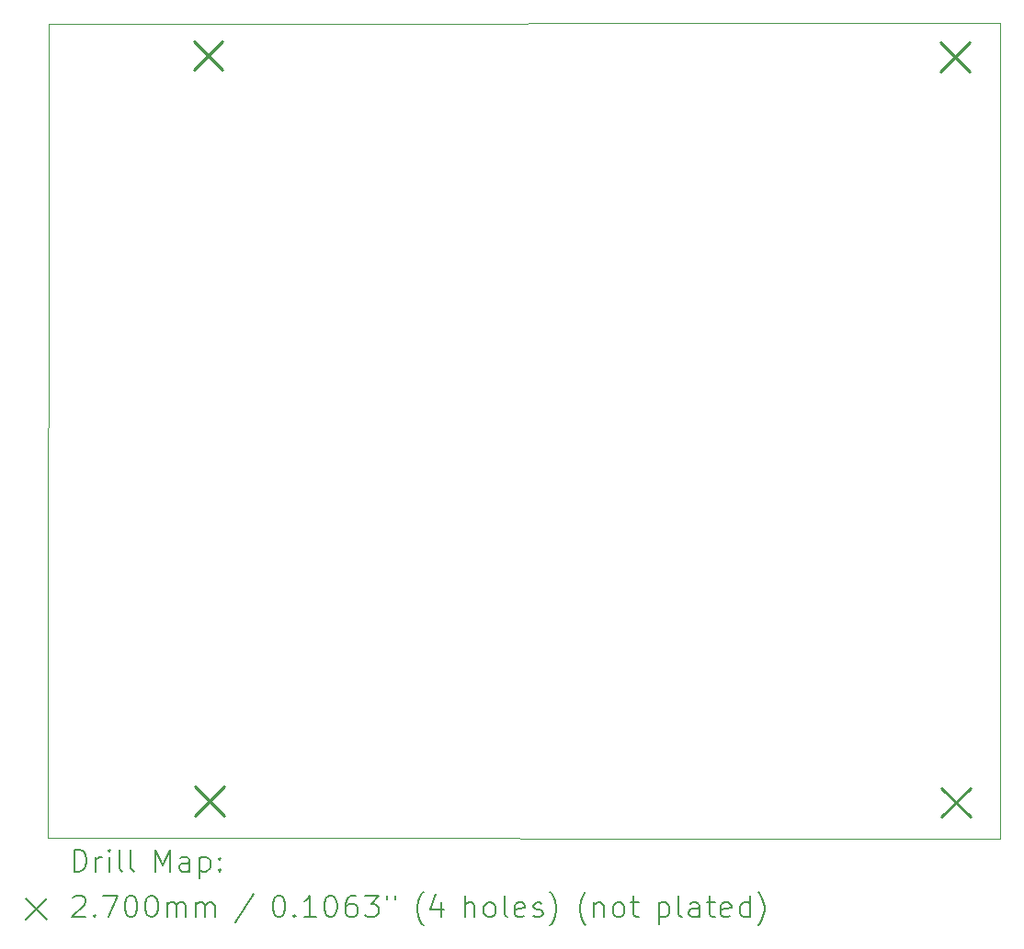
<source format=gbr>
%TF.GenerationSoftware,KiCad,Pcbnew,6.99.0-unknown-08a8a20794~162~ubuntu22.04.1*%
%TF.CreationDate,2022-12-21T10:24:56+01:00*%
%TF.ProjectId,usb_relay,7573625f-7265-46c6-9179-2e6b69636164,rev?*%
%TF.SameCoordinates,Original*%
%TF.FileFunction,Drillmap*%
%TF.FilePolarity,Positive*%
%FSLAX45Y45*%
G04 Gerber Fmt 4.5, Leading zero omitted, Abs format (unit mm)*
G04 Created by KiCad (PCBNEW 6.99.0-unknown-08a8a20794~162~ubuntu22.04.1) date 2022-12-21 10:24:56*
%MOMM*%
%LPD*%
G01*
G04 APERTURE LIST*
%ADD10C,0.100000*%
%ADD11C,0.200000*%
%ADD12C,0.270000*%
G04 APERTURE END LIST*
D10*
X13136880Y-5323840D02*
X13131800Y-12827000D01*
X21899880Y-5318760D02*
X13136880Y-5323840D01*
X13131800Y-12827000D02*
X21899880Y-12839700D01*
X21899880Y-12839700D02*
X21899880Y-5318760D01*
D11*
D12*
X14475080Y-5483480D02*
X14745080Y-5753480D01*
X14745080Y-5483480D02*
X14475080Y-5753480D01*
X14485240Y-12356720D02*
X14755240Y-12626720D01*
X14755240Y-12356720D02*
X14485240Y-12626720D01*
X21353400Y-5493640D02*
X21623400Y-5763640D01*
X21623400Y-5493640D02*
X21353400Y-5763640D01*
X21363560Y-12366880D02*
X21633560Y-12636880D01*
X21633560Y-12366880D02*
X21363560Y-12636880D01*
D11*
X13374419Y-13138176D02*
X13374419Y-12938176D01*
X13374419Y-12938176D02*
X13422038Y-12938176D01*
X13422038Y-12938176D02*
X13450609Y-12947700D01*
X13450609Y-12947700D02*
X13469657Y-12966748D01*
X13469657Y-12966748D02*
X13479181Y-12985795D01*
X13479181Y-12985795D02*
X13488705Y-13023890D01*
X13488705Y-13023890D02*
X13488705Y-13052462D01*
X13488705Y-13052462D02*
X13479181Y-13090557D01*
X13479181Y-13090557D02*
X13469657Y-13109605D01*
X13469657Y-13109605D02*
X13450609Y-13128652D01*
X13450609Y-13128652D02*
X13422038Y-13138176D01*
X13422038Y-13138176D02*
X13374419Y-13138176D01*
X13574419Y-13138176D02*
X13574419Y-13004843D01*
X13574419Y-13042938D02*
X13583943Y-13023890D01*
X13583943Y-13023890D02*
X13593467Y-13014367D01*
X13593467Y-13014367D02*
X13612514Y-13004843D01*
X13612514Y-13004843D02*
X13631562Y-13004843D01*
X13698228Y-13138176D02*
X13698228Y-13004843D01*
X13698228Y-12938176D02*
X13688705Y-12947700D01*
X13688705Y-12947700D02*
X13698228Y-12957224D01*
X13698228Y-12957224D02*
X13707752Y-12947700D01*
X13707752Y-12947700D02*
X13698228Y-12938176D01*
X13698228Y-12938176D02*
X13698228Y-12957224D01*
X13822038Y-13138176D02*
X13802990Y-13128652D01*
X13802990Y-13128652D02*
X13793467Y-13109605D01*
X13793467Y-13109605D02*
X13793467Y-12938176D01*
X13926800Y-13138176D02*
X13907752Y-13128652D01*
X13907752Y-13128652D02*
X13898228Y-13109605D01*
X13898228Y-13109605D02*
X13898228Y-12938176D01*
X14122990Y-13138176D02*
X14122990Y-12938176D01*
X14122990Y-12938176D02*
X14189657Y-13081033D01*
X14189657Y-13081033D02*
X14256324Y-12938176D01*
X14256324Y-12938176D02*
X14256324Y-13138176D01*
X14437276Y-13138176D02*
X14437276Y-13033414D01*
X14437276Y-13033414D02*
X14427752Y-13014367D01*
X14427752Y-13014367D02*
X14408705Y-13004843D01*
X14408705Y-13004843D02*
X14370609Y-13004843D01*
X14370609Y-13004843D02*
X14351562Y-13014367D01*
X14437276Y-13128652D02*
X14418228Y-13138176D01*
X14418228Y-13138176D02*
X14370609Y-13138176D01*
X14370609Y-13138176D02*
X14351562Y-13128652D01*
X14351562Y-13128652D02*
X14342038Y-13109605D01*
X14342038Y-13109605D02*
X14342038Y-13090557D01*
X14342038Y-13090557D02*
X14351562Y-13071509D01*
X14351562Y-13071509D02*
X14370609Y-13061986D01*
X14370609Y-13061986D02*
X14418228Y-13061986D01*
X14418228Y-13061986D02*
X14437276Y-13052462D01*
X14532514Y-13004843D02*
X14532514Y-13204843D01*
X14532514Y-13014367D02*
X14551562Y-13004843D01*
X14551562Y-13004843D02*
X14589657Y-13004843D01*
X14589657Y-13004843D02*
X14608705Y-13014367D01*
X14608705Y-13014367D02*
X14618228Y-13023890D01*
X14618228Y-13023890D02*
X14627752Y-13042938D01*
X14627752Y-13042938D02*
X14627752Y-13100081D01*
X14627752Y-13100081D02*
X14618228Y-13119128D01*
X14618228Y-13119128D02*
X14608705Y-13128652D01*
X14608705Y-13128652D02*
X14589657Y-13138176D01*
X14589657Y-13138176D02*
X14551562Y-13138176D01*
X14551562Y-13138176D02*
X14532514Y-13128652D01*
X14713467Y-13119128D02*
X14722990Y-13128652D01*
X14722990Y-13128652D02*
X14713467Y-13138176D01*
X14713467Y-13138176D02*
X14703943Y-13128652D01*
X14703943Y-13128652D02*
X14713467Y-13119128D01*
X14713467Y-13119128D02*
X14713467Y-13138176D01*
X14713467Y-13014367D02*
X14722990Y-13023890D01*
X14722990Y-13023890D02*
X14713467Y-13033414D01*
X14713467Y-13033414D02*
X14703943Y-13023890D01*
X14703943Y-13023890D02*
X14713467Y-13014367D01*
X14713467Y-13014367D02*
X14713467Y-13033414D01*
X12926800Y-13384700D02*
X13126800Y-13584700D01*
X13126800Y-13384700D02*
X12926800Y-13584700D01*
X13364895Y-13377224D02*
X13374419Y-13367700D01*
X13374419Y-13367700D02*
X13393467Y-13358176D01*
X13393467Y-13358176D02*
X13441086Y-13358176D01*
X13441086Y-13358176D02*
X13460133Y-13367700D01*
X13460133Y-13367700D02*
X13469657Y-13377224D01*
X13469657Y-13377224D02*
X13479181Y-13396271D01*
X13479181Y-13396271D02*
X13479181Y-13415319D01*
X13479181Y-13415319D02*
X13469657Y-13443890D01*
X13469657Y-13443890D02*
X13355371Y-13558176D01*
X13355371Y-13558176D02*
X13479181Y-13558176D01*
X13564895Y-13539128D02*
X13574419Y-13548652D01*
X13574419Y-13548652D02*
X13564895Y-13558176D01*
X13564895Y-13558176D02*
X13555371Y-13548652D01*
X13555371Y-13548652D02*
X13564895Y-13539128D01*
X13564895Y-13539128D02*
X13564895Y-13558176D01*
X13641086Y-13358176D02*
X13774419Y-13358176D01*
X13774419Y-13358176D02*
X13688705Y-13558176D01*
X13888705Y-13358176D02*
X13907752Y-13358176D01*
X13907752Y-13358176D02*
X13926800Y-13367700D01*
X13926800Y-13367700D02*
X13936324Y-13377224D01*
X13936324Y-13377224D02*
X13945848Y-13396271D01*
X13945848Y-13396271D02*
X13955371Y-13434367D01*
X13955371Y-13434367D02*
X13955371Y-13481986D01*
X13955371Y-13481986D02*
X13945848Y-13520081D01*
X13945848Y-13520081D02*
X13936324Y-13539128D01*
X13936324Y-13539128D02*
X13926800Y-13548652D01*
X13926800Y-13548652D02*
X13907752Y-13558176D01*
X13907752Y-13558176D02*
X13888705Y-13558176D01*
X13888705Y-13558176D02*
X13869657Y-13548652D01*
X13869657Y-13548652D02*
X13860133Y-13539128D01*
X13860133Y-13539128D02*
X13850609Y-13520081D01*
X13850609Y-13520081D02*
X13841086Y-13481986D01*
X13841086Y-13481986D02*
X13841086Y-13434367D01*
X13841086Y-13434367D02*
X13850609Y-13396271D01*
X13850609Y-13396271D02*
X13860133Y-13377224D01*
X13860133Y-13377224D02*
X13869657Y-13367700D01*
X13869657Y-13367700D02*
X13888705Y-13358176D01*
X14079181Y-13358176D02*
X14098229Y-13358176D01*
X14098229Y-13358176D02*
X14117276Y-13367700D01*
X14117276Y-13367700D02*
X14126800Y-13377224D01*
X14126800Y-13377224D02*
X14136324Y-13396271D01*
X14136324Y-13396271D02*
X14145848Y-13434367D01*
X14145848Y-13434367D02*
X14145848Y-13481986D01*
X14145848Y-13481986D02*
X14136324Y-13520081D01*
X14136324Y-13520081D02*
X14126800Y-13539128D01*
X14126800Y-13539128D02*
X14117276Y-13548652D01*
X14117276Y-13548652D02*
X14098229Y-13558176D01*
X14098229Y-13558176D02*
X14079181Y-13558176D01*
X14079181Y-13558176D02*
X14060133Y-13548652D01*
X14060133Y-13548652D02*
X14050609Y-13539128D01*
X14050609Y-13539128D02*
X14041086Y-13520081D01*
X14041086Y-13520081D02*
X14031562Y-13481986D01*
X14031562Y-13481986D02*
X14031562Y-13434367D01*
X14031562Y-13434367D02*
X14041086Y-13396271D01*
X14041086Y-13396271D02*
X14050609Y-13377224D01*
X14050609Y-13377224D02*
X14060133Y-13367700D01*
X14060133Y-13367700D02*
X14079181Y-13358176D01*
X14231562Y-13558176D02*
X14231562Y-13424843D01*
X14231562Y-13443890D02*
X14241086Y-13434367D01*
X14241086Y-13434367D02*
X14260133Y-13424843D01*
X14260133Y-13424843D02*
X14288705Y-13424843D01*
X14288705Y-13424843D02*
X14307752Y-13434367D01*
X14307752Y-13434367D02*
X14317276Y-13453414D01*
X14317276Y-13453414D02*
X14317276Y-13558176D01*
X14317276Y-13453414D02*
X14326800Y-13434367D01*
X14326800Y-13434367D02*
X14345848Y-13424843D01*
X14345848Y-13424843D02*
X14374419Y-13424843D01*
X14374419Y-13424843D02*
X14393467Y-13434367D01*
X14393467Y-13434367D02*
X14402990Y-13453414D01*
X14402990Y-13453414D02*
X14402990Y-13558176D01*
X14498229Y-13558176D02*
X14498229Y-13424843D01*
X14498229Y-13443890D02*
X14507752Y-13434367D01*
X14507752Y-13434367D02*
X14526800Y-13424843D01*
X14526800Y-13424843D02*
X14555371Y-13424843D01*
X14555371Y-13424843D02*
X14574419Y-13434367D01*
X14574419Y-13434367D02*
X14583943Y-13453414D01*
X14583943Y-13453414D02*
X14583943Y-13558176D01*
X14583943Y-13453414D02*
X14593467Y-13434367D01*
X14593467Y-13434367D02*
X14612514Y-13424843D01*
X14612514Y-13424843D02*
X14641086Y-13424843D01*
X14641086Y-13424843D02*
X14660133Y-13434367D01*
X14660133Y-13434367D02*
X14669657Y-13453414D01*
X14669657Y-13453414D02*
X14669657Y-13558176D01*
X15027752Y-13348652D02*
X14856324Y-13605795D01*
X15252514Y-13358176D02*
X15271562Y-13358176D01*
X15271562Y-13358176D02*
X15290610Y-13367700D01*
X15290610Y-13367700D02*
X15300133Y-13377224D01*
X15300133Y-13377224D02*
X15309657Y-13396271D01*
X15309657Y-13396271D02*
X15319181Y-13434367D01*
X15319181Y-13434367D02*
X15319181Y-13481986D01*
X15319181Y-13481986D02*
X15309657Y-13520081D01*
X15309657Y-13520081D02*
X15300133Y-13539128D01*
X15300133Y-13539128D02*
X15290610Y-13548652D01*
X15290610Y-13548652D02*
X15271562Y-13558176D01*
X15271562Y-13558176D02*
X15252514Y-13558176D01*
X15252514Y-13558176D02*
X15233467Y-13548652D01*
X15233467Y-13548652D02*
X15223943Y-13539128D01*
X15223943Y-13539128D02*
X15214419Y-13520081D01*
X15214419Y-13520081D02*
X15204895Y-13481986D01*
X15204895Y-13481986D02*
X15204895Y-13434367D01*
X15204895Y-13434367D02*
X15214419Y-13396271D01*
X15214419Y-13396271D02*
X15223943Y-13377224D01*
X15223943Y-13377224D02*
X15233467Y-13367700D01*
X15233467Y-13367700D02*
X15252514Y-13358176D01*
X15404895Y-13539128D02*
X15414419Y-13548652D01*
X15414419Y-13548652D02*
X15404895Y-13558176D01*
X15404895Y-13558176D02*
X15395371Y-13548652D01*
X15395371Y-13548652D02*
X15404895Y-13539128D01*
X15404895Y-13539128D02*
X15404895Y-13558176D01*
X15604895Y-13558176D02*
X15490610Y-13558176D01*
X15547752Y-13558176D02*
X15547752Y-13358176D01*
X15547752Y-13358176D02*
X15528705Y-13386748D01*
X15528705Y-13386748D02*
X15509657Y-13405795D01*
X15509657Y-13405795D02*
X15490610Y-13415319D01*
X15728705Y-13358176D02*
X15747752Y-13358176D01*
X15747752Y-13358176D02*
X15766800Y-13367700D01*
X15766800Y-13367700D02*
X15776324Y-13377224D01*
X15776324Y-13377224D02*
X15785848Y-13396271D01*
X15785848Y-13396271D02*
X15795371Y-13434367D01*
X15795371Y-13434367D02*
X15795371Y-13481986D01*
X15795371Y-13481986D02*
X15785848Y-13520081D01*
X15785848Y-13520081D02*
X15776324Y-13539128D01*
X15776324Y-13539128D02*
X15766800Y-13548652D01*
X15766800Y-13548652D02*
X15747752Y-13558176D01*
X15747752Y-13558176D02*
X15728705Y-13558176D01*
X15728705Y-13558176D02*
X15709657Y-13548652D01*
X15709657Y-13548652D02*
X15700133Y-13539128D01*
X15700133Y-13539128D02*
X15690610Y-13520081D01*
X15690610Y-13520081D02*
X15681086Y-13481986D01*
X15681086Y-13481986D02*
X15681086Y-13434367D01*
X15681086Y-13434367D02*
X15690610Y-13396271D01*
X15690610Y-13396271D02*
X15700133Y-13377224D01*
X15700133Y-13377224D02*
X15709657Y-13367700D01*
X15709657Y-13367700D02*
X15728705Y-13358176D01*
X15966800Y-13358176D02*
X15928705Y-13358176D01*
X15928705Y-13358176D02*
X15909657Y-13367700D01*
X15909657Y-13367700D02*
X15900133Y-13377224D01*
X15900133Y-13377224D02*
X15881086Y-13405795D01*
X15881086Y-13405795D02*
X15871562Y-13443890D01*
X15871562Y-13443890D02*
X15871562Y-13520081D01*
X15871562Y-13520081D02*
X15881086Y-13539128D01*
X15881086Y-13539128D02*
X15890610Y-13548652D01*
X15890610Y-13548652D02*
X15909657Y-13558176D01*
X15909657Y-13558176D02*
X15947752Y-13558176D01*
X15947752Y-13558176D02*
X15966800Y-13548652D01*
X15966800Y-13548652D02*
X15976324Y-13539128D01*
X15976324Y-13539128D02*
X15985848Y-13520081D01*
X15985848Y-13520081D02*
X15985848Y-13472462D01*
X15985848Y-13472462D02*
X15976324Y-13453414D01*
X15976324Y-13453414D02*
X15966800Y-13443890D01*
X15966800Y-13443890D02*
X15947752Y-13434367D01*
X15947752Y-13434367D02*
X15909657Y-13434367D01*
X15909657Y-13434367D02*
X15890610Y-13443890D01*
X15890610Y-13443890D02*
X15881086Y-13453414D01*
X15881086Y-13453414D02*
X15871562Y-13472462D01*
X16052514Y-13358176D02*
X16176324Y-13358176D01*
X16176324Y-13358176D02*
X16109657Y-13434367D01*
X16109657Y-13434367D02*
X16138229Y-13434367D01*
X16138229Y-13434367D02*
X16157276Y-13443890D01*
X16157276Y-13443890D02*
X16166800Y-13453414D01*
X16166800Y-13453414D02*
X16176324Y-13472462D01*
X16176324Y-13472462D02*
X16176324Y-13520081D01*
X16176324Y-13520081D02*
X16166800Y-13539128D01*
X16166800Y-13539128D02*
X16157276Y-13548652D01*
X16157276Y-13548652D02*
X16138229Y-13558176D01*
X16138229Y-13558176D02*
X16081086Y-13558176D01*
X16081086Y-13558176D02*
X16062038Y-13548652D01*
X16062038Y-13548652D02*
X16052514Y-13539128D01*
X16252514Y-13358176D02*
X16252514Y-13396271D01*
X16328705Y-13358176D02*
X16328705Y-13396271D01*
X16591562Y-13634367D02*
X16582038Y-13624843D01*
X16582038Y-13624843D02*
X16562991Y-13596271D01*
X16562991Y-13596271D02*
X16553467Y-13577224D01*
X16553467Y-13577224D02*
X16543943Y-13548652D01*
X16543943Y-13548652D02*
X16534419Y-13501033D01*
X16534419Y-13501033D02*
X16534419Y-13462938D01*
X16534419Y-13462938D02*
X16543943Y-13415319D01*
X16543943Y-13415319D02*
X16553467Y-13386748D01*
X16553467Y-13386748D02*
X16562991Y-13367700D01*
X16562991Y-13367700D02*
X16582038Y-13339128D01*
X16582038Y-13339128D02*
X16591562Y-13329605D01*
X16753467Y-13424843D02*
X16753467Y-13558176D01*
X16705848Y-13348652D02*
X16658229Y-13491509D01*
X16658229Y-13491509D02*
X16782038Y-13491509D01*
X16978229Y-13558176D02*
X16978229Y-13358176D01*
X17063943Y-13558176D02*
X17063943Y-13453414D01*
X17063943Y-13453414D02*
X17054419Y-13434367D01*
X17054419Y-13434367D02*
X17035372Y-13424843D01*
X17035372Y-13424843D02*
X17006800Y-13424843D01*
X17006800Y-13424843D02*
X16987753Y-13434367D01*
X16987753Y-13434367D02*
X16978229Y-13443890D01*
X17187753Y-13558176D02*
X17168705Y-13548652D01*
X17168705Y-13548652D02*
X17159181Y-13539128D01*
X17159181Y-13539128D02*
X17149657Y-13520081D01*
X17149657Y-13520081D02*
X17149657Y-13462938D01*
X17149657Y-13462938D02*
X17159181Y-13443890D01*
X17159181Y-13443890D02*
X17168705Y-13434367D01*
X17168705Y-13434367D02*
X17187753Y-13424843D01*
X17187753Y-13424843D02*
X17216324Y-13424843D01*
X17216324Y-13424843D02*
X17235372Y-13434367D01*
X17235372Y-13434367D02*
X17244895Y-13443890D01*
X17244895Y-13443890D02*
X17254419Y-13462938D01*
X17254419Y-13462938D02*
X17254419Y-13520081D01*
X17254419Y-13520081D02*
X17244895Y-13539128D01*
X17244895Y-13539128D02*
X17235372Y-13548652D01*
X17235372Y-13548652D02*
X17216324Y-13558176D01*
X17216324Y-13558176D02*
X17187753Y-13558176D01*
X17368705Y-13558176D02*
X17349657Y-13548652D01*
X17349657Y-13548652D02*
X17340134Y-13529605D01*
X17340134Y-13529605D02*
X17340134Y-13358176D01*
X17521086Y-13548652D02*
X17502038Y-13558176D01*
X17502038Y-13558176D02*
X17463943Y-13558176D01*
X17463943Y-13558176D02*
X17444895Y-13548652D01*
X17444895Y-13548652D02*
X17435372Y-13529605D01*
X17435372Y-13529605D02*
X17435372Y-13453414D01*
X17435372Y-13453414D02*
X17444895Y-13434367D01*
X17444895Y-13434367D02*
X17463943Y-13424843D01*
X17463943Y-13424843D02*
X17502038Y-13424843D01*
X17502038Y-13424843D02*
X17521086Y-13434367D01*
X17521086Y-13434367D02*
X17530610Y-13453414D01*
X17530610Y-13453414D02*
X17530610Y-13472462D01*
X17530610Y-13472462D02*
X17435372Y-13491509D01*
X17606800Y-13548652D02*
X17625848Y-13558176D01*
X17625848Y-13558176D02*
X17663943Y-13558176D01*
X17663943Y-13558176D02*
X17682991Y-13548652D01*
X17682991Y-13548652D02*
X17692515Y-13529605D01*
X17692515Y-13529605D02*
X17692515Y-13520081D01*
X17692515Y-13520081D02*
X17682991Y-13501033D01*
X17682991Y-13501033D02*
X17663943Y-13491509D01*
X17663943Y-13491509D02*
X17635372Y-13491509D01*
X17635372Y-13491509D02*
X17616324Y-13481986D01*
X17616324Y-13481986D02*
X17606800Y-13462938D01*
X17606800Y-13462938D02*
X17606800Y-13453414D01*
X17606800Y-13453414D02*
X17616324Y-13434367D01*
X17616324Y-13434367D02*
X17635372Y-13424843D01*
X17635372Y-13424843D02*
X17663943Y-13424843D01*
X17663943Y-13424843D02*
X17682991Y-13434367D01*
X17759181Y-13634367D02*
X17768705Y-13624843D01*
X17768705Y-13624843D02*
X17787753Y-13596271D01*
X17787753Y-13596271D02*
X17797276Y-13577224D01*
X17797276Y-13577224D02*
X17806800Y-13548652D01*
X17806800Y-13548652D02*
X17816324Y-13501033D01*
X17816324Y-13501033D02*
X17816324Y-13462938D01*
X17816324Y-13462938D02*
X17806800Y-13415319D01*
X17806800Y-13415319D02*
X17797276Y-13386748D01*
X17797276Y-13386748D02*
X17787753Y-13367700D01*
X17787753Y-13367700D02*
X17768705Y-13339128D01*
X17768705Y-13339128D02*
X17759181Y-13329605D01*
X18088705Y-13634367D02*
X18079181Y-13624843D01*
X18079181Y-13624843D02*
X18060134Y-13596271D01*
X18060134Y-13596271D02*
X18050610Y-13577224D01*
X18050610Y-13577224D02*
X18041086Y-13548652D01*
X18041086Y-13548652D02*
X18031562Y-13501033D01*
X18031562Y-13501033D02*
X18031562Y-13462938D01*
X18031562Y-13462938D02*
X18041086Y-13415319D01*
X18041086Y-13415319D02*
X18050610Y-13386748D01*
X18050610Y-13386748D02*
X18060134Y-13367700D01*
X18060134Y-13367700D02*
X18079181Y-13339128D01*
X18079181Y-13339128D02*
X18088705Y-13329605D01*
X18164895Y-13424843D02*
X18164895Y-13558176D01*
X18164895Y-13443890D02*
X18174419Y-13434367D01*
X18174419Y-13434367D02*
X18193467Y-13424843D01*
X18193467Y-13424843D02*
X18222038Y-13424843D01*
X18222038Y-13424843D02*
X18241086Y-13434367D01*
X18241086Y-13434367D02*
X18250610Y-13453414D01*
X18250610Y-13453414D02*
X18250610Y-13558176D01*
X18374419Y-13558176D02*
X18355372Y-13548652D01*
X18355372Y-13548652D02*
X18345848Y-13539128D01*
X18345848Y-13539128D02*
X18336324Y-13520081D01*
X18336324Y-13520081D02*
X18336324Y-13462938D01*
X18336324Y-13462938D02*
X18345848Y-13443890D01*
X18345848Y-13443890D02*
X18355372Y-13434367D01*
X18355372Y-13434367D02*
X18374419Y-13424843D01*
X18374419Y-13424843D02*
X18402991Y-13424843D01*
X18402991Y-13424843D02*
X18422038Y-13434367D01*
X18422038Y-13434367D02*
X18431562Y-13443890D01*
X18431562Y-13443890D02*
X18441086Y-13462938D01*
X18441086Y-13462938D02*
X18441086Y-13520081D01*
X18441086Y-13520081D02*
X18431562Y-13539128D01*
X18431562Y-13539128D02*
X18422038Y-13548652D01*
X18422038Y-13548652D02*
X18402991Y-13558176D01*
X18402991Y-13558176D02*
X18374419Y-13558176D01*
X18498229Y-13424843D02*
X18574419Y-13424843D01*
X18526800Y-13358176D02*
X18526800Y-13529605D01*
X18526800Y-13529605D02*
X18536324Y-13548652D01*
X18536324Y-13548652D02*
X18555372Y-13558176D01*
X18555372Y-13558176D02*
X18574419Y-13558176D01*
X18761086Y-13424843D02*
X18761086Y-13624843D01*
X18761086Y-13434367D02*
X18780134Y-13424843D01*
X18780134Y-13424843D02*
X18818229Y-13424843D01*
X18818229Y-13424843D02*
X18837276Y-13434367D01*
X18837276Y-13434367D02*
X18846800Y-13443890D01*
X18846800Y-13443890D02*
X18856324Y-13462938D01*
X18856324Y-13462938D02*
X18856324Y-13520081D01*
X18856324Y-13520081D02*
X18846800Y-13539128D01*
X18846800Y-13539128D02*
X18837276Y-13548652D01*
X18837276Y-13548652D02*
X18818229Y-13558176D01*
X18818229Y-13558176D02*
X18780134Y-13558176D01*
X18780134Y-13558176D02*
X18761086Y-13548652D01*
X18970610Y-13558176D02*
X18951562Y-13548652D01*
X18951562Y-13548652D02*
X18942038Y-13529605D01*
X18942038Y-13529605D02*
X18942038Y-13358176D01*
X19132515Y-13558176D02*
X19132515Y-13453414D01*
X19132515Y-13453414D02*
X19122991Y-13434367D01*
X19122991Y-13434367D02*
X19103943Y-13424843D01*
X19103943Y-13424843D02*
X19065848Y-13424843D01*
X19065848Y-13424843D02*
X19046800Y-13434367D01*
X19132515Y-13548652D02*
X19113467Y-13558176D01*
X19113467Y-13558176D02*
X19065848Y-13558176D01*
X19065848Y-13558176D02*
X19046800Y-13548652D01*
X19046800Y-13548652D02*
X19037276Y-13529605D01*
X19037276Y-13529605D02*
X19037276Y-13510557D01*
X19037276Y-13510557D02*
X19046800Y-13491509D01*
X19046800Y-13491509D02*
X19065848Y-13481986D01*
X19065848Y-13481986D02*
X19113467Y-13481986D01*
X19113467Y-13481986D02*
X19132515Y-13472462D01*
X19199181Y-13424843D02*
X19275372Y-13424843D01*
X19227753Y-13358176D02*
X19227753Y-13529605D01*
X19227753Y-13529605D02*
X19237276Y-13548652D01*
X19237276Y-13548652D02*
X19256324Y-13558176D01*
X19256324Y-13558176D02*
X19275372Y-13558176D01*
X19418229Y-13548652D02*
X19399181Y-13558176D01*
X19399181Y-13558176D02*
X19361086Y-13558176D01*
X19361086Y-13558176D02*
X19342038Y-13548652D01*
X19342038Y-13548652D02*
X19332515Y-13529605D01*
X19332515Y-13529605D02*
X19332515Y-13453414D01*
X19332515Y-13453414D02*
X19342038Y-13434367D01*
X19342038Y-13434367D02*
X19361086Y-13424843D01*
X19361086Y-13424843D02*
X19399181Y-13424843D01*
X19399181Y-13424843D02*
X19418229Y-13434367D01*
X19418229Y-13434367D02*
X19427753Y-13453414D01*
X19427753Y-13453414D02*
X19427753Y-13472462D01*
X19427753Y-13472462D02*
X19332515Y-13491509D01*
X19599181Y-13558176D02*
X19599181Y-13358176D01*
X19599181Y-13548652D02*
X19580134Y-13558176D01*
X19580134Y-13558176D02*
X19542038Y-13558176D01*
X19542038Y-13558176D02*
X19522991Y-13548652D01*
X19522991Y-13548652D02*
X19513467Y-13539128D01*
X19513467Y-13539128D02*
X19503943Y-13520081D01*
X19503943Y-13520081D02*
X19503943Y-13462938D01*
X19503943Y-13462938D02*
X19513467Y-13443890D01*
X19513467Y-13443890D02*
X19522991Y-13434367D01*
X19522991Y-13434367D02*
X19542038Y-13424843D01*
X19542038Y-13424843D02*
X19580134Y-13424843D01*
X19580134Y-13424843D02*
X19599181Y-13434367D01*
X19675372Y-13634367D02*
X19684896Y-13624843D01*
X19684896Y-13624843D02*
X19703943Y-13596271D01*
X19703943Y-13596271D02*
X19713467Y-13577224D01*
X19713467Y-13577224D02*
X19722991Y-13548652D01*
X19722991Y-13548652D02*
X19732515Y-13501033D01*
X19732515Y-13501033D02*
X19732515Y-13462938D01*
X19732515Y-13462938D02*
X19722991Y-13415319D01*
X19722991Y-13415319D02*
X19713467Y-13386748D01*
X19713467Y-13386748D02*
X19703943Y-13367700D01*
X19703943Y-13367700D02*
X19684896Y-13339128D01*
X19684896Y-13339128D02*
X19675372Y-13329605D01*
M02*

</source>
